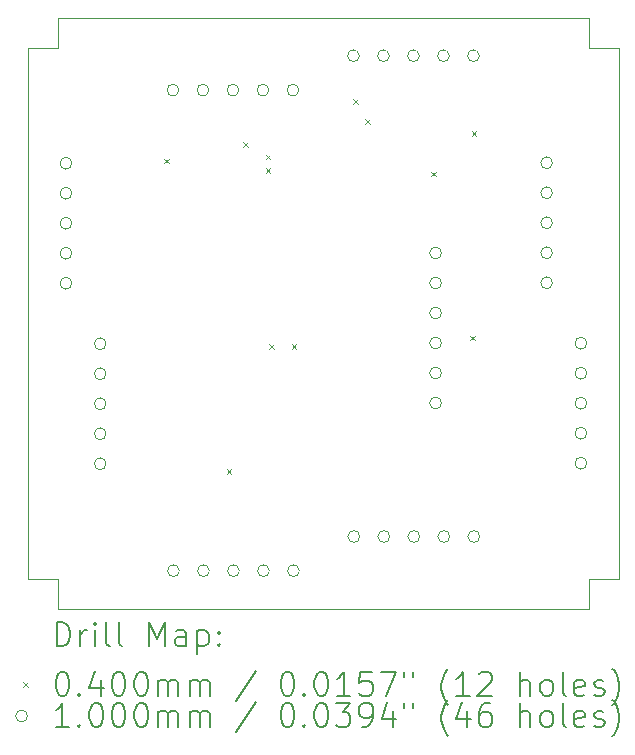
<source format=gbr>
%TF.GenerationSoftware,KiCad,Pcbnew,7.0.2-6a45011f42~172~ubuntu22.04.1*%
%TF.CreationDate,2023-05-08T10:09:07-04:00*%
%TF.ProjectId,v2,76322e6b-6963-4616-945f-706362585858,rev?*%
%TF.SameCoordinates,Original*%
%TF.FileFunction,Drillmap*%
%TF.FilePolarity,Positive*%
%FSLAX45Y45*%
G04 Gerber Fmt 4.5, Leading zero omitted, Abs format (unit mm)*
G04 Created by KiCad (PCBNEW 7.0.2-6a45011f42~172~ubuntu22.04.1) date 2023-05-08 10:09:07*
%MOMM*%
%LPD*%
G01*
G04 APERTURE LIST*
%ADD10C,0.100000*%
%ADD11C,0.200000*%
%ADD12C,0.040000*%
G04 APERTURE END LIST*
D10*
X7750000Y-12500000D02*
X12250000Y-12500000D01*
X7500000Y-7750000D02*
X7500000Y-12250000D01*
X12250000Y-7500000D02*
X7750000Y-7500000D01*
X12500000Y-7750000D02*
X12500000Y-12250000D01*
X12250000Y-7750000D02*
X12500000Y-7750000D01*
X12250000Y-7500000D02*
X12250000Y-7750000D01*
X12250000Y-12250000D02*
X12250000Y-12500000D01*
X12500000Y-12250000D02*
X12250000Y-12250000D01*
X7750000Y-12250000D02*
X7750000Y-12500000D01*
X7500000Y-12250000D02*
X7750000Y-12250000D01*
X7750000Y-7750000D02*
X7750000Y-7500000D01*
X7500000Y-7750000D02*
X7750000Y-7750000D01*
D11*
D12*
X8650000Y-8690000D02*
X8690000Y-8730000D01*
X8690000Y-8690000D02*
X8650000Y-8730000D01*
X9180000Y-11320000D02*
X9220000Y-11360000D01*
X9220000Y-11320000D02*
X9180000Y-11360000D01*
X9320000Y-8550000D02*
X9360000Y-8590000D01*
X9360000Y-8550000D02*
X9320000Y-8590000D01*
X9510000Y-8657450D02*
X9550000Y-8697450D01*
X9550000Y-8657450D02*
X9510000Y-8697450D01*
X9510000Y-8770000D02*
X9550000Y-8810000D01*
X9550000Y-8770000D02*
X9510000Y-8810000D01*
X9540000Y-10260000D02*
X9580000Y-10300000D01*
X9580000Y-10260000D02*
X9540000Y-10300000D01*
X9730000Y-10260000D02*
X9770000Y-10300000D01*
X9770000Y-10260000D02*
X9730000Y-10300000D01*
X10249766Y-8189765D02*
X10289766Y-8229765D01*
X10289766Y-8189765D02*
X10249766Y-8229765D01*
X10355000Y-8355000D02*
X10395000Y-8395000D01*
X10395000Y-8355000D02*
X10355000Y-8395000D01*
X10910000Y-8800000D02*
X10950000Y-8840000D01*
X10950000Y-8800000D02*
X10910000Y-8840000D01*
X11240000Y-10190000D02*
X11280000Y-10230000D01*
X11280000Y-10190000D02*
X11240000Y-10230000D01*
X11255000Y-8455000D02*
X11295000Y-8495000D01*
X11295000Y-8455000D02*
X11255000Y-8495000D01*
D10*
X7870000Y-8730000D02*
G75*
G03*
X7870000Y-8730000I-50000J0D01*
G01*
X7870000Y-8984000D02*
G75*
G03*
X7870000Y-8984000I-50000J0D01*
G01*
X7870000Y-9238000D02*
G75*
G03*
X7870000Y-9238000I-50000J0D01*
G01*
X7870000Y-9492000D02*
G75*
G03*
X7870000Y-9492000I-50000J0D01*
G01*
X7870000Y-9746000D02*
G75*
G03*
X7870000Y-9746000I-50000J0D01*
G01*
X8160000Y-10258000D02*
G75*
G03*
X8160000Y-10258000I-50000J0D01*
G01*
X8160000Y-10512000D02*
G75*
G03*
X8160000Y-10512000I-50000J0D01*
G01*
X8160000Y-10766000D02*
G75*
G03*
X8160000Y-10766000I-50000J0D01*
G01*
X8160000Y-11020000D02*
G75*
G03*
X8160000Y-11020000I-50000J0D01*
G01*
X8160000Y-11274000D02*
G75*
G03*
X8160000Y-11274000I-50000J0D01*
G01*
X8776000Y-8110000D02*
G75*
G03*
X8776000Y-8110000I-50000J0D01*
G01*
X8780000Y-12180000D02*
G75*
G03*
X8780000Y-12180000I-50000J0D01*
G01*
X9030000Y-8110000D02*
G75*
G03*
X9030000Y-8110000I-50000J0D01*
G01*
X9034000Y-12180000D02*
G75*
G03*
X9034000Y-12180000I-50000J0D01*
G01*
X9284000Y-8110000D02*
G75*
G03*
X9284000Y-8110000I-50000J0D01*
G01*
X9288000Y-12180000D02*
G75*
G03*
X9288000Y-12180000I-50000J0D01*
G01*
X9538000Y-8110000D02*
G75*
G03*
X9538000Y-8110000I-50000J0D01*
G01*
X9542000Y-12180000D02*
G75*
G03*
X9542000Y-12180000I-50000J0D01*
G01*
X9792000Y-8110000D02*
G75*
G03*
X9792000Y-8110000I-50000J0D01*
G01*
X9796000Y-12180000D02*
G75*
G03*
X9796000Y-12180000I-50000J0D01*
G01*
X10304000Y-7820000D02*
G75*
G03*
X10304000Y-7820000I-50000J0D01*
G01*
X10308000Y-11890000D02*
G75*
G03*
X10308000Y-11890000I-50000J0D01*
G01*
X10558000Y-7820000D02*
G75*
G03*
X10558000Y-7820000I-50000J0D01*
G01*
X10562000Y-11890000D02*
G75*
G03*
X10562000Y-11890000I-50000J0D01*
G01*
X10812000Y-7820000D02*
G75*
G03*
X10812000Y-7820000I-50000J0D01*
G01*
X10816000Y-11890000D02*
G75*
G03*
X10816000Y-11890000I-50000J0D01*
G01*
X11000000Y-9490000D02*
G75*
G03*
X11000000Y-9490000I-50000J0D01*
G01*
X11000000Y-9744000D02*
G75*
G03*
X11000000Y-9744000I-50000J0D01*
G01*
X11000000Y-9998000D02*
G75*
G03*
X11000000Y-9998000I-50000J0D01*
G01*
X11000000Y-10252000D02*
G75*
G03*
X11000000Y-10252000I-50000J0D01*
G01*
X11000000Y-10506000D02*
G75*
G03*
X11000000Y-10506000I-50000J0D01*
G01*
X11000000Y-10760000D02*
G75*
G03*
X11000000Y-10760000I-50000J0D01*
G01*
X11066000Y-7820000D02*
G75*
G03*
X11066000Y-7820000I-50000J0D01*
G01*
X11070000Y-11890000D02*
G75*
G03*
X11070000Y-11890000I-50000J0D01*
G01*
X11320000Y-7820000D02*
G75*
G03*
X11320000Y-7820000I-50000J0D01*
G01*
X11324000Y-11890000D02*
G75*
G03*
X11324000Y-11890000I-50000J0D01*
G01*
X11940000Y-8726000D02*
G75*
G03*
X11940000Y-8726000I-50000J0D01*
G01*
X11940000Y-8980000D02*
G75*
G03*
X11940000Y-8980000I-50000J0D01*
G01*
X11940000Y-9234000D02*
G75*
G03*
X11940000Y-9234000I-50000J0D01*
G01*
X11940000Y-9488000D02*
G75*
G03*
X11940000Y-9488000I-50000J0D01*
G01*
X11940000Y-9742000D02*
G75*
G03*
X11940000Y-9742000I-50000J0D01*
G01*
X12230000Y-10254000D02*
G75*
G03*
X12230000Y-10254000I-50000J0D01*
G01*
X12230000Y-10508000D02*
G75*
G03*
X12230000Y-10508000I-50000J0D01*
G01*
X12230000Y-10762000D02*
G75*
G03*
X12230000Y-10762000I-50000J0D01*
G01*
X12230000Y-11016000D02*
G75*
G03*
X12230000Y-11016000I-50000J0D01*
G01*
X12230000Y-11270000D02*
G75*
G03*
X12230000Y-11270000I-50000J0D01*
G01*
D11*
X7742619Y-12817524D02*
X7742619Y-12617524D01*
X7742619Y-12617524D02*
X7790238Y-12617524D01*
X7790238Y-12617524D02*
X7818809Y-12627048D01*
X7818809Y-12627048D02*
X7837857Y-12646095D01*
X7837857Y-12646095D02*
X7847381Y-12665143D01*
X7847381Y-12665143D02*
X7856905Y-12703238D01*
X7856905Y-12703238D02*
X7856905Y-12731809D01*
X7856905Y-12731809D02*
X7847381Y-12769905D01*
X7847381Y-12769905D02*
X7837857Y-12788952D01*
X7837857Y-12788952D02*
X7818809Y-12808000D01*
X7818809Y-12808000D02*
X7790238Y-12817524D01*
X7790238Y-12817524D02*
X7742619Y-12817524D01*
X7942619Y-12817524D02*
X7942619Y-12684190D01*
X7942619Y-12722286D02*
X7952143Y-12703238D01*
X7952143Y-12703238D02*
X7961667Y-12693714D01*
X7961667Y-12693714D02*
X7980714Y-12684190D01*
X7980714Y-12684190D02*
X7999762Y-12684190D01*
X8066428Y-12817524D02*
X8066428Y-12684190D01*
X8066428Y-12617524D02*
X8056905Y-12627048D01*
X8056905Y-12627048D02*
X8066428Y-12636571D01*
X8066428Y-12636571D02*
X8075952Y-12627048D01*
X8075952Y-12627048D02*
X8066428Y-12617524D01*
X8066428Y-12617524D02*
X8066428Y-12636571D01*
X8190238Y-12817524D02*
X8171190Y-12808000D01*
X8171190Y-12808000D02*
X8161667Y-12788952D01*
X8161667Y-12788952D02*
X8161667Y-12617524D01*
X8295000Y-12817524D02*
X8275952Y-12808000D01*
X8275952Y-12808000D02*
X8266428Y-12788952D01*
X8266428Y-12788952D02*
X8266428Y-12617524D01*
X8523571Y-12817524D02*
X8523571Y-12617524D01*
X8523571Y-12617524D02*
X8590238Y-12760381D01*
X8590238Y-12760381D02*
X8656905Y-12617524D01*
X8656905Y-12617524D02*
X8656905Y-12817524D01*
X8837857Y-12817524D02*
X8837857Y-12712762D01*
X8837857Y-12712762D02*
X8828333Y-12693714D01*
X8828333Y-12693714D02*
X8809286Y-12684190D01*
X8809286Y-12684190D02*
X8771190Y-12684190D01*
X8771190Y-12684190D02*
X8752143Y-12693714D01*
X8837857Y-12808000D02*
X8818810Y-12817524D01*
X8818810Y-12817524D02*
X8771190Y-12817524D01*
X8771190Y-12817524D02*
X8752143Y-12808000D01*
X8752143Y-12808000D02*
X8742619Y-12788952D01*
X8742619Y-12788952D02*
X8742619Y-12769905D01*
X8742619Y-12769905D02*
X8752143Y-12750857D01*
X8752143Y-12750857D02*
X8771190Y-12741333D01*
X8771190Y-12741333D02*
X8818810Y-12741333D01*
X8818810Y-12741333D02*
X8837857Y-12731809D01*
X8933095Y-12684190D02*
X8933095Y-12884190D01*
X8933095Y-12693714D02*
X8952143Y-12684190D01*
X8952143Y-12684190D02*
X8990238Y-12684190D01*
X8990238Y-12684190D02*
X9009286Y-12693714D01*
X9009286Y-12693714D02*
X9018810Y-12703238D01*
X9018810Y-12703238D02*
X9028333Y-12722286D01*
X9028333Y-12722286D02*
X9028333Y-12779428D01*
X9028333Y-12779428D02*
X9018810Y-12798476D01*
X9018810Y-12798476D02*
X9009286Y-12808000D01*
X9009286Y-12808000D02*
X8990238Y-12817524D01*
X8990238Y-12817524D02*
X8952143Y-12817524D01*
X8952143Y-12817524D02*
X8933095Y-12808000D01*
X9114048Y-12798476D02*
X9123571Y-12808000D01*
X9123571Y-12808000D02*
X9114048Y-12817524D01*
X9114048Y-12817524D02*
X9104524Y-12808000D01*
X9104524Y-12808000D02*
X9114048Y-12798476D01*
X9114048Y-12798476D02*
X9114048Y-12817524D01*
X9114048Y-12693714D02*
X9123571Y-12703238D01*
X9123571Y-12703238D02*
X9114048Y-12712762D01*
X9114048Y-12712762D02*
X9104524Y-12703238D01*
X9104524Y-12703238D02*
X9114048Y-12693714D01*
X9114048Y-12693714D02*
X9114048Y-12712762D01*
D12*
X7455000Y-13125000D02*
X7495000Y-13165000D01*
X7495000Y-13125000D02*
X7455000Y-13165000D01*
D11*
X7780714Y-13037524D02*
X7799762Y-13037524D01*
X7799762Y-13037524D02*
X7818809Y-13047048D01*
X7818809Y-13047048D02*
X7828333Y-13056571D01*
X7828333Y-13056571D02*
X7837857Y-13075619D01*
X7837857Y-13075619D02*
X7847381Y-13113714D01*
X7847381Y-13113714D02*
X7847381Y-13161333D01*
X7847381Y-13161333D02*
X7837857Y-13199428D01*
X7837857Y-13199428D02*
X7828333Y-13218476D01*
X7828333Y-13218476D02*
X7818809Y-13228000D01*
X7818809Y-13228000D02*
X7799762Y-13237524D01*
X7799762Y-13237524D02*
X7780714Y-13237524D01*
X7780714Y-13237524D02*
X7761667Y-13228000D01*
X7761667Y-13228000D02*
X7752143Y-13218476D01*
X7752143Y-13218476D02*
X7742619Y-13199428D01*
X7742619Y-13199428D02*
X7733095Y-13161333D01*
X7733095Y-13161333D02*
X7733095Y-13113714D01*
X7733095Y-13113714D02*
X7742619Y-13075619D01*
X7742619Y-13075619D02*
X7752143Y-13056571D01*
X7752143Y-13056571D02*
X7761667Y-13047048D01*
X7761667Y-13047048D02*
X7780714Y-13037524D01*
X7933095Y-13218476D02*
X7942619Y-13228000D01*
X7942619Y-13228000D02*
X7933095Y-13237524D01*
X7933095Y-13237524D02*
X7923571Y-13228000D01*
X7923571Y-13228000D02*
X7933095Y-13218476D01*
X7933095Y-13218476D02*
X7933095Y-13237524D01*
X8114048Y-13104190D02*
X8114048Y-13237524D01*
X8066428Y-13028000D02*
X8018809Y-13170857D01*
X8018809Y-13170857D02*
X8142619Y-13170857D01*
X8256905Y-13037524D02*
X8275952Y-13037524D01*
X8275952Y-13037524D02*
X8295000Y-13047048D01*
X8295000Y-13047048D02*
X8304524Y-13056571D01*
X8304524Y-13056571D02*
X8314048Y-13075619D01*
X8314048Y-13075619D02*
X8323571Y-13113714D01*
X8323571Y-13113714D02*
X8323571Y-13161333D01*
X8323571Y-13161333D02*
X8314048Y-13199428D01*
X8314048Y-13199428D02*
X8304524Y-13218476D01*
X8304524Y-13218476D02*
X8295000Y-13228000D01*
X8295000Y-13228000D02*
X8275952Y-13237524D01*
X8275952Y-13237524D02*
X8256905Y-13237524D01*
X8256905Y-13237524D02*
X8237857Y-13228000D01*
X8237857Y-13228000D02*
X8228333Y-13218476D01*
X8228333Y-13218476D02*
X8218809Y-13199428D01*
X8218809Y-13199428D02*
X8209286Y-13161333D01*
X8209286Y-13161333D02*
X8209286Y-13113714D01*
X8209286Y-13113714D02*
X8218809Y-13075619D01*
X8218809Y-13075619D02*
X8228333Y-13056571D01*
X8228333Y-13056571D02*
X8237857Y-13047048D01*
X8237857Y-13047048D02*
X8256905Y-13037524D01*
X8447381Y-13037524D02*
X8466429Y-13037524D01*
X8466429Y-13037524D02*
X8485476Y-13047048D01*
X8485476Y-13047048D02*
X8495000Y-13056571D01*
X8495000Y-13056571D02*
X8504524Y-13075619D01*
X8504524Y-13075619D02*
X8514048Y-13113714D01*
X8514048Y-13113714D02*
X8514048Y-13161333D01*
X8514048Y-13161333D02*
X8504524Y-13199428D01*
X8504524Y-13199428D02*
X8495000Y-13218476D01*
X8495000Y-13218476D02*
X8485476Y-13228000D01*
X8485476Y-13228000D02*
X8466429Y-13237524D01*
X8466429Y-13237524D02*
X8447381Y-13237524D01*
X8447381Y-13237524D02*
X8428333Y-13228000D01*
X8428333Y-13228000D02*
X8418810Y-13218476D01*
X8418810Y-13218476D02*
X8409286Y-13199428D01*
X8409286Y-13199428D02*
X8399762Y-13161333D01*
X8399762Y-13161333D02*
X8399762Y-13113714D01*
X8399762Y-13113714D02*
X8409286Y-13075619D01*
X8409286Y-13075619D02*
X8418810Y-13056571D01*
X8418810Y-13056571D02*
X8428333Y-13047048D01*
X8428333Y-13047048D02*
X8447381Y-13037524D01*
X8599762Y-13237524D02*
X8599762Y-13104190D01*
X8599762Y-13123238D02*
X8609286Y-13113714D01*
X8609286Y-13113714D02*
X8628333Y-13104190D01*
X8628333Y-13104190D02*
X8656905Y-13104190D01*
X8656905Y-13104190D02*
X8675952Y-13113714D01*
X8675952Y-13113714D02*
X8685476Y-13132762D01*
X8685476Y-13132762D02*
X8685476Y-13237524D01*
X8685476Y-13132762D02*
X8695000Y-13113714D01*
X8695000Y-13113714D02*
X8714048Y-13104190D01*
X8714048Y-13104190D02*
X8742619Y-13104190D01*
X8742619Y-13104190D02*
X8761667Y-13113714D01*
X8761667Y-13113714D02*
X8771191Y-13132762D01*
X8771191Y-13132762D02*
X8771191Y-13237524D01*
X8866429Y-13237524D02*
X8866429Y-13104190D01*
X8866429Y-13123238D02*
X8875952Y-13113714D01*
X8875952Y-13113714D02*
X8895000Y-13104190D01*
X8895000Y-13104190D02*
X8923572Y-13104190D01*
X8923572Y-13104190D02*
X8942619Y-13113714D01*
X8942619Y-13113714D02*
X8952143Y-13132762D01*
X8952143Y-13132762D02*
X8952143Y-13237524D01*
X8952143Y-13132762D02*
X8961667Y-13113714D01*
X8961667Y-13113714D02*
X8980714Y-13104190D01*
X8980714Y-13104190D02*
X9009286Y-13104190D01*
X9009286Y-13104190D02*
X9028333Y-13113714D01*
X9028333Y-13113714D02*
X9037857Y-13132762D01*
X9037857Y-13132762D02*
X9037857Y-13237524D01*
X9428333Y-13028000D02*
X9256905Y-13285143D01*
X9685476Y-13037524D02*
X9704524Y-13037524D01*
X9704524Y-13037524D02*
X9723572Y-13047048D01*
X9723572Y-13047048D02*
X9733095Y-13056571D01*
X9733095Y-13056571D02*
X9742619Y-13075619D01*
X9742619Y-13075619D02*
X9752143Y-13113714D01*
X9752143Y-13113714D02*
X9752143Y-13161333D01*
X9752143Y-13161333D02*
X9742619Y-13199428D01*
X9742619Y-13199428D02*
X9733095Y-13218476D01*
X9733095Y-13218476D02*
X9723572Y-13228000D01*
X9723572Y-13228000D02*
X9704524Y-13237524D01*
X9704524Y-13237524D02*
X9685476Y-13237524D01*
X9685476Y-13237524D02*
X9666429Y-13228000D01*
X9666429Y-13228000D02*
X9656905Y-13218476D01*
X9656905Y-13218476D02*
X9647381Y-13199428D01*
X9647381Y-13199428D02*
X9637857Y-13161333D01*
X9637857Y-13161333D02*
X9637857Y-13113714D01*
X9637857Y-13113714D02*
X9647381Y-13075619D01*
X9647381Y-13075619D02*
X9656905Y-13056571D01*
X9656905Y-13056571D02*
X9666429Y-13047048D01*
X9666429Y-13047048D02*
X9685476Y-13037524D01*
X9837857Y-13218476D02*
X9847381Y-13228000D01*
X9847381Y-13228000D02*
X9837857Y-13237524D01*
X9837857Y-13237524D02*
X9828334Y-13228000D01*
X9828334Y-13228000D02*
X9837857Y-13218476D01*
X9837857Y-13218476D02*
X9837857Y-13237524D01*
X9971191Y-13037524D02*
X9990238Y-13037524D01*
X9990238Y-13037524D02*
X10009286Y-13047048D01*
X10009286Y-13047048D02*
X10018810Y-13056571D01*
X10018810Y-13056571D02*
X10028334Y-13075619D01*
X10028334Y-13075619D02*
X10037857Y-13113714D01*
X10037857Y-13113714D02*
X10037857Y-13161333D01*
X10037857Y-13161333D02*
X10028334Y-13199428D01*
X10028334Y-13199428D02*
X10018810Y-13218476D01*
X10018810Y-13218476D02*
X10009286Y-13228000D01*
X10009286Y-13228000D02*
X9990238Y-13237524D01*
X9990238Y-13237524D02*
X9971191Y-13237524D01*
X9971191Y-13237524D02*
X9952143Y-13228000D01*
X9952143Y-13228000D02*
X9942619Y-13218476D01*
X9942619Y-13218476D02*
X9933095Y-13199428D01*
X9933095Y-13199428D02*
X9923572Y-13161333D01*
X9923572Y-13161333D02*
X9923572Y-13113714D01*
X9923572Y-13113714D02*
X9933095Y-13075619D01*
X9933095Y-13075619D02*
X9942619Y-13056571D01*
X9942619Y-13056571D02*
X9952143Y-13047048D01*
X9952143Y-13047048D02*
X9971191Y-13037524D01*
X10228334Y-13237524D02*
X10114048Y-13237524D01*
X10171191Y-13237524D02*
X10171191Y-13037524D01*
X10171191Y-13037524D02*
X10152143Y-13066095D01*
X10152143Y-13066095D02*
X10133095Y-13085143D01*
X10133095Y-13085143D02*
X10114048Y-13094667D01*
X10409286Y-13037524D02*
X10314048Y-13037524D01*
X10314048Y-13037524D02*
X10304524Y-13132762D01*
X10304524Y-13132762D02*
X10314048Y-13123238D01*
X10314048Y-13123238D02*
X10333095Y-13113714D01*
X10333095Y-13113714D02*
X10380715Y-13113714D01*
X10380715Y-13113714D02*
X10399762Y-13123238D01*
X10399762Y-13123238D02*
X10409286Y-13132762D01*
X10409286Y-13132762D02*
X10418810Y-13151809D01*
X10418810Y-13151809D02*
X10418810Y-13199428D01*
X10418810Y-13199428D02*
X10409286Y-13218476D01*
X10409286Y-13218476D02*
X10399762Y-13228000D01*
X10399762Y-13228000D02*
X10380715Y-13237524D01*
X10380715Y-13237524D02*
X10333095Y-13237524D01*
X10333095Y-13237524D02*
X10314048Y-13228000D01*
X10314048Y-13228000D02*
X10304524Y-13218476D01*
X10485476Y-13037524D02*
X10618810Y-13037524D01*
X10618810Y-13037524D02*
X10533095Y-13237524D01*
X10685476Y-13037524D02*
X10685476Y-13075619D01*
X10761667Y-13037524D02*
X10761667Y-13075619D01*
X11056905Y-13313714D02*
X11047381Y-13304190D01*
X11047381Y-13304190D02*
X11028334Y-13275619D01*
X11028334Y-13275619D02*
X11018810Y-13256571D01*
X11018810Y-13256571D02*
X11009286Y-13228000D01*
X11009286Y-13228000D02*
X10999762Y-13180381D01*
X10999762Y-13180381D02*
X10999762Y-13142286D01*
X10999762Y-13142286D02*
X11009286Y-13094667D01*
X11009286Y-13094667D02*
X11018810Y-13066095D01*
X11018810Y-13066095D02*
X11028334Y-13047048D01*
X11028334Y-13047048D02*
X11047381Y-13018476D01*
X11047381Y-13018476D02*
X11056905Y-13008952D01*
X11237857Y-13237524D02*
X11123572Y-13237524D01*
X11180715Y-13237524D02*
X11180715Y-13037524D01*
X11180715Y-13037524D02*
X11161667Y-13066095D01*
X11161667Y-13066095D02*
X11142619Y-13085143D01*
X11142619Y-13085143D02*
X11123572Y-13094667D01*
X11314048Y-13056571D02*
X11323572Y-13047048D01*
X11323572Y-13047048D02*
X11342619Y-13037524D01*
X11342619Y-13037524D02*
X11390238Y-13037524D01*
X11390238Y-13037524D02*
X11409286Y-13047048D01*
X11409286Y-13047048D02*
X11418810Y-13056571D01*
X11418810Y-13056571D02*
X11428334Y-13075619D01*
X11428334Y-13075619D02*
X11428334Y-13094667D01*
X11428334Y-13094667D02*
X11418810Y-13123238D01*
X11418810Y-13123238D02*
X11304524Y-13237524D01*
X11304524Y-13237524D02*
X11428334Y-13237524D01*
X11666429Y-13237524D02*
X11666429Y-13037524D01*
X11752143Y-13237524D02*
X11752143Y-13132762D01*
X11752143Y-13132762D02*
X11742619Y-13113714D01*
X11742619Y-13113714D02*
X11723572Y-13104190D01*
X11723572Y-13104190D02*
X11695000Y-13104190D01*
X11695000Y-13104190D02*
X11675953Y-13113714D01*
X11675953Y-13113714D02*
X11666429Y-13123238D01*
X11875953Y-13237524D02*
X11856905Y-13228000D01*
X11856905Y-13228000D02*
X11847381Y-13218476D01*
X11847381Y-13218476D02*
X11837857Y-13199428D01*
X11837857Y-13199428D02*
X11837857Y-13142286D01*
X11837857Y-13142286D02*
X11847381Y-13123238D01*
X11847381Y-13123238D02*
X11856905Y-13113714D01*
X11856905Y-13113714D02*
X11875953Y-13104190D01*
X11875953Y-13104190D02*
X11904524Y-13104190D01*
X11904524Y-13104190D02*
X11923572Y-13113714D01*
X11923572Y-13113714D02*
X11933096Y-13123238D01*
X11933096Y-13123238D02*
X11942619Y-13142286D01*
X11942619Y-13142286D02*
X11942619Y-13199428D01*
X11942619Y-13199428D02*
X11933096Y-13218476D01*
X11933096Y-13218476D02*
X11923572Y-13228000D01*
X11923572Y-13228000D02*
X11904524Y-13237524D01*
X11904524Y-13237524D02*
X11875953Y-13237524D01*
X12056905Y-13237524D02*
X12037857Y-13228000D01*
X12037857Y-13228000D02*
X12028334Y-13208952D01*
X12028334Y-13208952D02*
X12028334Y-13037524D01*
X12209286Y-13228000D02*
X12190238Y-13237524D01*
X12190238Y-13237524D02*
X12152143Y-13237524D01*
X12152143Y-13237524D02*
X12133096Y-13228000D01*
X12133096Y-13228000D02*
X12123572Y-13208952D01*
X12123572Y-13208952D02*
X12123572Y-13132762D01*
X12123572Y-13132762D02*
X12133096Y-13113714D01*
X12133096Y-13113714D02*
X12152143Y-13104190D01*
X12152143Y-13104190D02*
X12190238Y-13104190D01*
X12190238Y-13104190D02*
X12209286Y-13113714D01*
X12209286Y-13113714D02*
X12218810Y-13132762D01*
X12218810Y-13132762D02*
X12218810Y-13151809D01*
X12218810Y-13151809D02*
X12123572Y-13170857D01*
X12295000Y-13228000D02*
X12314048Y-13237524D01*
X12314048Y-13237524D02*
X12352143Y-13237524D01*
X12352143Y-13237524D02*
X12371191Y-13228000D01*
X12371191Y-13228000D02*
X12380715Y-13208952D01*
X12380715Y-13208952D02*
X12380715Y-13199428D01*
X12380715Y-13199428D02*
X12371191Y-13180381D01*
X12371191Y-13180381D02*
X12352143Y-13170857D01*
X12352143Y-13170857D02*
X12323572Y-13170857D01*
X12323572Y-13170857D02*
X12304524Y-13161333D01*
X12304524Y-13161333D02*
X12295000Y-13142286D01*
X12295000Y-13142286D02*
X12295000Y-13132762D01*
X12295000Y-13132762D02*
X12304524Y-13113714D01*
X12304524Y-13113714D02*
X12323572Y-13104190D01*
X12323572Y-13104190D02*
X12352143Y-13104190D01*
X12352143Y-13104190D02*
X12371191Y-13113714D01*
X12447381Y-13313714D02*
X12456905Y-13304190D01*
X12456905Y-13304190D02*
X12475953Y-13275619D01*
X12475953Y-13275619D02*
X12485477Y-13256571D01*
X12485477Y-13256571D02*
X12495000Y-13228000D01*
X12495000Y-13228000D02*
X12504524Y-13180381D01*
X12504524Y-13180381D02*
X12504524Y-13142286D01*
X12504524Y-13142286D02*
X12495000Y-13094667D01*
X12495000Y-13094667D02*
X12485477Y-13066095D01*
X12485477Y-13066095D02*
X12475953Y-13047048D01*
X12475953Y-13047048D02*
X12456905Y-13018476D01*
X12456905Y-13018476D02*
X12447381Y-13008952D01*
D10*
X7495000Y-13409000D02*
G75*
G03*
X7495000Y-13409000I-50000J0D01*
G01*
D11*
X7847381Y-13501524D02*
X7733095Y-13501524D01*
X7790238Y-13501524D02*
X7790238Y-13301524D01*
X7790238Y-13301524D02*
X7771190Y-13330095D01*
X7771190Y-13330095D02*
X7752143Y-13349143D01*
X7752143Y-13349143D02*
X7733095Y-13358667D01*
X7933095Y-13482476D02*
X7942619Y-13492000D01*
X7942619Y-13492000D02*
X7933095Y-13501524D01*
X7933095Y-13501524D02*
X7923571Y-13492000D01*
X7923571Y-13492000D02*
X7933095Y-13482476D01*
X7933095Y-13482476D02*
X7933095Y-13501524D01*
X8066428Y-13301524D02*
X8085476Y-13301524D01*
X8085476Y-13301524D02*
X8104524Y-13311048D01*
X8104524Y-13311048D02*
X8114048Y-13320571D01*
X8114048Y-13320571D02*
X8123571Y-13339619D01*
X8123571Y-13339619D02*
X8133095Y-13377714D01*
X8133095Y-13377714D02*
X8133095Y-13425333D01*
X8133095Y-13425333D02*
X8123571Y-13463428D01*
X8123571Y-13463428D02*
X8114048Y-13482476D01*
X8114048Y-13482476D02*
X8104524Y-13492000D01*
X8104524Y-13492000D02*
X8085476Y-13501524D01*
X8085476Y-13501524D02*
X8066428Y-13501524D01*
X8066428Y-13501524D02*
X8047381Y-13492000D01*
X8047381Y-13492000D02*
X8037857Y-13482476D01*
X8037857Y-13482476D02*
X8028333Y-13463428D01*
X8028333Y-13463428D02*
X8018809Y-13425333D01*
X8018809Y-13425333D02*
X8018809Y-13377714D01*
X8018809Y-13377714D02*
X8028333Y-13339619D01*
X8028333Y-13339619D02*
X8037857Y-13320571D01*
X8037857Y-13320571D02*
X8047381Y-13311048D01*
X8047381Y-13311048D02*
X8066428Y-13301524D01*
X8256905Y-13301524D02*
X8275952Y-13301524D01*
X8275952Y-13301524D02*
X8295000Y-13311048D01*
X8295000Y-13311048D02*
X8304524Y-13320571D01*
X8304524Y-13320571D02*
X8314048Y-13339619D01*
X8314048Y-13339619D02*
X8323571Y-13377714D01*
X8323571Y-13377714D02*
X8323571Y-13425333D01*
X8323571Y-13425333D02*
X8314048Y-13463428D01*
X8314048Y-13463428D02*
X8304524Y-13482476D01*
X8304524Y-13482476D02*
X8295000Y-13492000D01*
X8295000Y-13492000D02*
X8275952Y-13501524D01*
X8275952Y-13501524D02*
X8256905Y-13501524D01*
X8256905Y-13501524D02*
X8237857Y-13492000D01*
X8237857Y-13492000D02*
X8228333Y-13482476D01*
X8228333Y-13482476D02*
X8218809Y-13463428D01*
X8218809Y-13463428D02*
X8209286Y-13425333D01*
X8209286Y-13425333D02*
X8209286Y-13377714D01*
X8209286Y-13377714D02*
X8218809Y-13339619D01*
X8218809Y-13339619D02*
X8228333Y-13320571D01*
X8228333Y-13320571D02*
X8237857Y-13311048D01*
X8237857Y-13311048D02*
X8256905Y-13301524D01*
X8447381Y-13301524D02*
X8466429Y-13301524D01*
X8466429Y-13301524D02*
X8485476Y-13311048D01*
X8485476Y-13311048D02*
X8495000Y-13320571D01*
X8495000Y-13320571D02*
X8504524Y-13339619D01*
X8504524Y-13339619D02*
X8514048Y-13377714D01*
X8514048Y-13377714D02*
X8514048Y-13425333D01*
X8514048Y-13425333D02*
X8504524Y-13463428D01*
X8504524Y-13463428D02*
X8495000Y-13482476D01*
X8495000Y-13482476D02*
X8485476Y-13492000D01*
X8485476Y-13492000D02*
X8466429Y-13501524D01*
X8466429Y-13501524D02*
X8447381Y-13501524D01*
X8447381Y-13501524D02*
X8428333Y-13492000D01*
X8428333Y-13492000D02*
X8418810Y-13482476D01*
X8418810Y-13482476D02*
X8409286Y-13463428D01*
X8409286Y-13463428D02*
X8399762Y-13425333D01*
X8399762Y-13425333D02*
X8399762Y-13377714D01*
X8399762Y-13377714D02*
X8409286Y-13339619D01*
X8409286Y-13339619D02*
X8418810Y-13320571D01*
X8418810Y-13320571D02*
X8428333Y-13311048D01*
X8428333Y-13311048D02*
X8447381Y-13301524D01*
X8599762Y-13501524D02*
X8599762Y-13368190D01*
X8599762Y-13387238D02*
X8609286Y-13377714D01*
X8609286Y-13377714D02*
X8628333Y-13368190D01*
X8628333Y-13368190D02*
X8656905Y-13368190D01*
X8656905Y-13368190D02*
X8675952Y-13377714D01*
X8675952Y-13377714D02*
X8685476Y-13396762D01*
X8685476Y-13396762D02*
X8685476Y-13501524D01*
X8685476Y-13396762D02*
X8695000Y-13377714D01*
X8695000Y-13377714D02*
X8714048Y-13368190D01*
X8714048Y-13368190D02*
X8742619Y-13368190D01*
X8742619Y-13368190D02*
X8761667Y-13377714D01*
X8761667Y-13377714D02*
X8771191Y-13396762D01*
X8771191Y-13396762D02*
X8771191Y-13501524D01*
X8866429Y-13501524D02*
X8866429Y-13368190D01*
X8866429Y-13387238D02*
X8875952Y-13377714D01*
X8875952Y-13377714D02*
X8895000Y-13368190D01*
X8895000Y-13368190D02*
X8923572Y-13368190D01*
X8923572Y-13368190D02*
X8942619Y-13377714D01*
X8942619Y-13377714D02*
X8952143Y-13396762D01*
X8952143Y-13396762D02*
X8952143Y-13501524D01*
X8952143Y-13396762D02*
X8961667Y-13377714D01*
X8961667Y-13377714D02*
X8980714Y-13368190D01*
X8980714Y-13368190D02*
X9009286Y-13368190D01*
X9009286Y-13368190D02*
X9028333Y-13377714D01*
X9028333Y-13377714D02*
X9037857Y-13396762D01*
X9037857Y-13396762D02*
X9037857Y-13501524D01*
X9428333Y-13292000D02*
X9256905Y-13549143D01*
X9685476Y-13301524D02*
X9704524Y-13301524D01*
X9704524Y-13301524D02*
X9723572Y-13311048D01*
X9723572Y-13311048D02*
X9733095Y-13320571D01*
X9733095Y-13320571D02*
X9742619Y-13339619D01*
X9742619Y-13339619D02*
X9752143Y-13377714D01*
X9752143Y-13377714D02*
X9752143Y-13425333D01*
X9752143Y-13425333D02*
X9742619Y-13463428D01*
X9742619Y-13463428D02*
X9733095Y-13482476D01*
X9733095Y-13482476D02*
X9723572Y-13492000D01*
X9723572Y-13492000D02*
X9704524Y-13501524D01*
X9704524Y-13501524D02*
X9685476Y-13501524D01*
X9685476Y-13501524D02*
X9666429Y-13492000D01*
X9666429Y-13492000D02*
X9656905Y-13482476D01*
X9656905Y-13482476D02*
X9647381Y-13463428D01*
X9647381Y-13463428D02*
X9637857Y-13425333D01*
X9637857Y-13425333D02*
X9637857Y-13377714D01*
X9637857Y-13377714D02*
X9647381Y-13339619D01*
X9647381Y-13339619D02*
X9656905Y-13320571D01*
X9656905Y-13320571D02*
X9666429Y-13311048D01*
X9666429Y-13311048D02*
X9685476Y-13301524D01*
X9837857Y-13482476D02*
X9847381Y-13492000D01*
X9847381Y-13492000D02*
X9837857Y-13501524D01*
X9837857Y-13501524D02*
X9828334Y-13492000D01*
X9828334Y-13492000D02*
X9837857Y-13482476D01*
X9837857Y-13482476D02*
X9837857Y-13501524D01*
X9971191Y-13301524D02*
X9990238Y-13301524D01*
X9990238Y-13301524D02*
X10009286Y-13311048D01*
X10009286Y-13311048D02*
X10018810Y-13320571D01*
X10018810Y-13320571D02*
X10028334Y-13339619D01*
X10028334Y-13339619D02*
X10037857Y-13377714D01*
X10037857Y-13377714D02*
X10037857Y-13425333D01*
X10037857Y-13425333D02*
X10028334Y-13463428D01*
X10028334Y-13463428D02*
X10018810Y-13482476D01*
X10018810Y-13482476D02*
X10009286Y-13492000D01*
X10009286Y-13492000D02*
X9990238Y-13501524D01*
X9990238Y-13501524D02*
X9971191Y-13501524D01*
X9971191Y-13501524D02*
X9952143Y-13492000D01*
X9952143Y-13492000D02*
X9942619Y-13482476D01*
X9942619Y-13482476D02*
X9933095Y-13463428D01*
X9933095Y-13463428D02*
X9923572Y-13425333D01*
X9923572Y-13425333D02*
X9923572Y-13377714D01*
X9923572Y-13377714D02*
X9933095Y-13339619D01*
X9933095Y-13339619D02*
X9942619Y-13320571D01*
X9942619Y-13320571D02*
X9952143Y-13311048D01*
X9952143Y-13311048D02*
X9971191Y-13301524D01*
X10104524Y-13301524D02*
X10228334Y-13301524D01*
X10228334Y-13301524D02*
X10161667Y-13377714D01*
X10161667Y-13377714D02*
X10190238Y-13377714D01*
X10190238Y-13377714D02*
X10209286Y-13387238D01*
X10209286Y-13387238D02*
X10218810Y-13396762D01*
X10218810Y-13396762D02*
X10228334Y-13415809D01*
X10228334Y-13415809D02*
X10228334Y-13463428D01*
X10228334Y-13463428D02*
X10218810Y-13482476D01*
X10218810Y-13482476D02*
X10209286Y-13492000D01*
X10209286Y-13492000D02*
X10190238Y-13501524D01*
X10190238Y-13501524D02*
X10133095Y-13501524D01*
X10133095Y-13501524D02*
X10114048Y-13492000D01*
X10114048Y-13492000D02*
X10104524Y-13482476D01*
X10323572Y-13501524D02*
X10361667Y-13501524D01*
X10361667Y-13501524D02*
X10380715Y-13492000D01*
X10380715Y-13492000D02*
X10390238Y-13482476D01*
X10390238Y-13482476D02*
X10409286Y-13453905D01*
X10409286Y-13453905D02*
X10418810Y-13415809D01*
X10418810Y-13415809D02*
X10418810Y-13339619D01*
X10418810Y-13339619D02*
X10409286Y-13320571D01*
X10409286Y-13320571D02*
X10399762Y-13311048D01*
X10399762Y-13311048D02*
X10380715Y-13301524D01*
X10380715Y-13301524D02*
X10342619Y-13301524D01*
X10342619Y-13301524D02*
X10323572Y-13311048D01*
X10323572Y-13311048D02*
X10314048Y-13320571D01*
X10314048Y-13320571D02*
X10304524Y-13339619D01*
X10304524Y-13339619D02*
X10304524Y-13387238D01*
X10304524Y-13387238D02*
X10314048Y-13406286D01*
X10314048Y-13406286D02*
X10323572Y-13415809D01*
X10323572Y-13415809D02*
X10342619Y-13425333D01*
X10342619Y-13425333D02*
X10380715Y-13425333D01*
X10380715Y-13425333D02*
X10399762Y-13415809D01*
X10399762Y-13415809D02*
X10409286Y-13406286D01*
X10409286Y-13406286D02*
X10418810Y-13387238D01*
X10590238Y-13368190D02*
X10590238Y-13501524D01*
X10542619Y-13292000D02*
X10495000Y-13434857D01*
X10495000Y-13434857D02*
X10618810Y-13434857D01*
X10685476Y-13301524D02*
X10685476Y-13339619D01*
X10761667Y-13301524D02*
X10761667Y-13339619D01*
X11056905Y-13577714D02*
X11047381Y-13568190D01*
X11047381Y-13568190D02*
X11028334Y-13539619D01*
X11028334Y-13539619D02*
X11018810Y-13520571D01*
X11018810Y-13520571D02*
X11009286Y-13492000D01*
X11009286Y-13492000D02*
X10999762Y-13444381D01*
X10999762Y-13444381D02*
X10999762Y-13406286D01*
X10999762Y-13406286D02*
X11009286Y-13358667D01*
X11009286Y-13358667D02*
X11018810Y-13330095D01*
X11018810Y-13330095D02*
X11028334Y-13311048D01*
X11028334Y-13311048D02*
X11047381Y-13282476D01*
X11047381Y-13282476D02*
X11056905Y-13272952D01*
X11218810Y-13368190D02*
X11218810Y-13501524D01*
X11171191Y-13292000D02*
X11123572Y-13434857D01*
X11123572Y-13434857D02*
X11247381Y-13434857D01*
X11409286Y-13301524D02*
X11371191Y-13301524D01*
X11371191Y-13301524D02*
X11352143Y-13311048D01*
X11352143Y-13311048D02*
X11342619Y-13320571D01*
X11342619Y-13320571D02*
X11323572Y-13349143D01*
X11323572Y-13349143D02*
X11314048Y-13387238D01*
X11314048Y-13387238D02*
X11314048Y-13463428D01*
X11314048Y-13463428D02*
X11323572Y-13482476D01*
X11323572Y-13482476D02*
X11333095Y-13492000D01*
X11333095Y-13492000D02*
X11352143Y-13501524D01*
X11352143Y-13501524D02*
X11390238Y-13501524D01*
X11390238Y-13501524D02*
X11409286Y-13492000D01*
X11409286Y-13492000D02*
X11418810Y-13482476D01*
X11418810Y-13482476D02*
X11428334Y-13463428D01*
X11428334Y-13463428D02*
X11428334Y-13415809D01*
X11428334Y-13415809D02*
X11418810Y-13396762D01*
X11418810Y-13396762D02*
X11409286Y-13387238D01*
X11409286Y-13387238D02*
X11390238Y-13377714D01*
X11390238Y-13377714D02*
X11352143Y-13377714D01*
X11352143Y-13377714D02*
X11333095Y-13387238D01*
X11333095Y-13387238D02*
X11323572Y-13396762D01*
X11323572Y-13396762D02*
X11314048Y-13415809D01*
X11666429Y-13501524D02*
X11666429Y-13301524D01*
X11752143Y-13501524D02*
X11752143Y-13396762D01*
X11752143Y-13396762D02*
X11742619Y-13377714D01*
X11742619Y-13377714D02*
X11723572Y-13368190D01*
X11723572Y-13368190D02*
X11695000Y-13368190D01*
X11695000Y-13368190D02*
X11675953Y-13377714D01*
X11675953Y-13377714D02*
X11666429Y-13387238D01*
X11875953Y-13501524D02*
X11856905Y-13492000D01*
X11856905Y-13492000D02*
X11847381Y-13482476D01*
X11847381Y-13482476D02*
X11837857Y-13463428D01*
X11837857Y-13463428D02*
X11837857Y-13406286D01*
X11837857Y-13406286D02*
X11847381Y-13387238D01*
X11847381Y-13387238D02*
X11856905Y-13377714D01*
X11856905Y-13377714D02*
X11875953Y-13368190D01*
X11875953Y-13368190D02*
X11904524Y-13368190D01*
X11904524Y-13368190D02*
X11923572Y-13377714D01*
X11923572Y-13377714D02*
X11933096Y-13387238D01*
X11933096Y-13387238D02*
X11942619Y-13406286D01*
X11942619Y-13406286D02*
X11942619Y-13463428D01*
X11942619Y-13463428D02*
X11933096Y-13482476D01*
X11933096Y-13482476D02*
X11923572Y-13492000D01*
X11923572Y-13492000D02*
X11904524Y-13501524D01*
X11904524Y-13501524D02*
X11875953Y-13501524D01*
X12056905Y-13501524D02*
X12037857Y-13492000D01*
X12037857Y-13492000D02*
X12028334Y-13472952D01*
X12028334Y-13472952D02*
X12028334Y-13301524D01*
X12209286Y-13492000D02*
X12190238Y-13501524D01*
X12190238Y-13501524D02*
X12152143Y-13501524D01*
X12152143Y-13501524D02*
X12133096Y-13492000D01*
X12133096Y-13492000D02*
X12123572Y-13472952D01*
X12123572Y-13472952D02*
X12123572Y-13396762D01*
X12123572Y-13396762D02*
X12133096Y-13377714D01*
X12133096Y-13377714D02*
X12152143Y-13368190D01*
X12152143Y-13368190D02*
X12190238Y-13368190D01*
X12190238Y-13368190D02*
X12209286Y-13377714D01*
X12209286Y-13377714D02*
X12218810Y-13396762D01*
X12218810Y-13396762D02*
X12218810Y-13415809D01*
X12218810Y-13415809D02*
X12123572Y-13434857D01*
X12295000Y-13492000D02*
X12314048Y-13501524D01*
X12314048Y-13501524D02*
X12352143Y-13501524D01*
X12352143Y-13501524D02*
X12371191Y-13492000D01*
X12371191Y-13492000D02*
X12380715Y-13472952D01*
X12380715Y-13472952D02*
X12380715Y-13463428D01*
X12380715Y-13463428D02*
X12371191Y-13444381D01*
X12371191Y-13444381D02*
X12352143Y-13434857D01*
X12352143Y-13434857D02*
X12323572Y-13434857D01*
X12323572Y-13434857D02*
X12304524Y-13425333D01*
X12304524Y-13425333D02*
X12295000Y-13406286D01*
X12295000Y-13406286D02*
X12295000Y-13396762D01*
X12295000Y-13396762D02*
X12304524Y-13377714D01*
X12304524Y-13377714D02*
X12323572Y-13368190D01*
X12323572Y-13368190D02*
X12352143Y-13368190D01*
X12352143Y-13368190D02*
X12371191Y-13377714D01*
X12447381Y-13577714D02*
X12456905Y-13568190D01*
X12456905Y-13568190D02*
X12475953Y-13539619D01*
X12475953Y-13539619D02*
X12485477Y-13520571D01*
X12485477Y-13520571D02*
X12495000Y-13492000D01*
X12495000Y-13492000D02*
X12504524Y-13444381D01*
X12504524Y-13444381D02*
X12504524Y-13406286D01*
X12504524Y-13406286D02*
X12495000Y-13358667D01*
X12495000Y-13358667D02*
X12485477Y-13330095D01*
X12485477Y-13330095D02*
X12475953Y-13311048D01*
X12475953Y-13311048D02*
X12456905Y-13282476D01*
X12456905Y-13282476D02*
X12447381Y-13272952D01*
M02*

</source>
